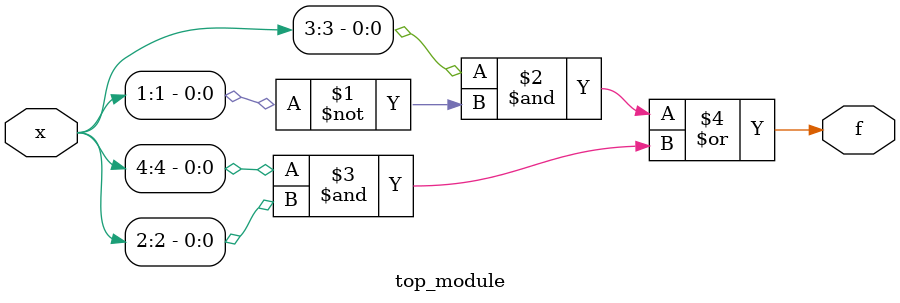
<source format=v>
module top_module (
    input [4:1] x, 
    output f );
    assign f = x[3]&~x[1] | x[4]&x[2];
endmodule

</source>
